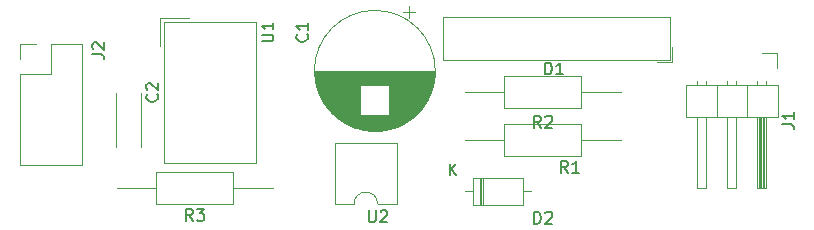
<source format=gbr>
%TF.GenerationSoftware,KiCad,Pcbnew,(5.1.10)-1*%
%TF.CreationDate,2021-06-06T12:15:37+02:00*%
%TF.ProjectId,smart-telefon,736d6172-742d-4746-956c-65666f6e2e6b,1.*%
%TF.SameCoordinates,Original*%
%TF.FileFunction,Legend,Top*%
%TF.FilePolarity,Positive*%
%FSLAX46Y46*%
G04 Gerber Fmt 4.6, Leading zero omitted, Abs format (unit mm)*
G04 Created by KiCad (PCBNEW (5.1.10)-1) date 2021-06-06 12:15:37*
%MOMM*%
%LPD*%
G01*
G04 APERTURE LIST*
%ADD10C,0.120000*%
%ADD11C,0.150000*%
G04 APERTURE END LIST*
D10*
%TO.C,J1*%
X149098000Y-65786000D02*
X149098000Y-67056000D01*
X147828000Y-65786000D02*
X149098000Y-65786000D01*
X142368000Y-68098929D02*
X142368000Y-68496000D01*
X143128000Y-68098929D02*
X143128000Y-68496000D01*
X142368000Y-77156000D02*
X142368000Y-71156000D01*
X143128000Y-77156000D02*
X142368000Y-77156000D01*
X143128000Y-71156000D02*
X143128000Y-77156000D01*
X144018000Y-68496000D02*
X144018000Y-71156000D01*
X144908000Y-68098929D02*
X144908000Y-68496000D01*
X145668000Y-68098929D02*
X145668000Y-68496000D01*
X144908000Y-77156000D02*
X144908000Y-71156000D01*
X145668000Y-77156000D02*
X144908000Y-77156000D01*
X145668000Y-71156000D02*
X145668000Y-77156000D01*
X146558000Y-68496000D02*
X146558000Y-71156000D01*
X147448000Y-68166000D02*
X147448000Y-68496000D01*
X148208000Y-68166000D02*
X148208000Y-68496000D01*
X147548000Y-71156000D02*
X147548000Y-77156000D01*
X147668000Y-71156000D02*
X147668000Y-77156000D01*
X147788000Y-71156000D02*
X147788000Y-77156000D01*
X147908000Y-71156000D02*
X147908000Y-77156000D01*
X148028000Y-71156000D02*
X148028000Y-77156000D01*
X148148000Y-71156000D02*
X148148000Y-77156000D01*
X147448000Y-77156000D02*
X147448000Y-71156000D01*
X148208000Y-77156000D02*
X147448000Y-77156000D01*
X148208000Y-71156000D02*
X148208000Y-77156000D01*
X149158000Y-71156000D02*
X149158000Y-68496000D01*
X141418000Y-71156000D02*
X149158000Y-71156000D01*
X141418000Y-68496000D02*
X141418000Y-71156000D01*
X149158000Y-68496000D02*
X141418000Y-68496000D01*
%TO.C,C1*%
X120182000Y-67270000D02*
G75*
G03*
X120182000Y-67270000I-5120000J0D01*
G01*
X120142000Y-67270000D02*
X109982000Y-67270000D01*
X120142000Y-67310000D02*
X109982000Y-67310000D01*
X120142000Y-67350000D02*
X109982000Y-67350000D01*
X120141000Y-67390000D02*
X109983000Y-67390000D01*
X120140000Y-67430000D02*
X109984000Y-67430000D01*
X120139000Y-67470000D02*
X109985000Y-67470000D01*
X120137000Y-67510000D02*
X109987000Y-67510000D01*
X120135000Y-67550000D02*
X109989000Y-67550000D01*
X120132000Y-67590000D02*
X109992000Y-67590000D01*
X120130000Y-67630000D02*
X109994000Y-67630000D01*
X120127000Y-67670000D02*
X109997000Y-67670000D01*
X120124000Y-67710000D02*
X110000000Y-67710000D01*
X120120000Y-67750000D02*
X110004000Y-67750000D01*
X120116000Y-67790000D02*
X110008000Y-67790000D01*
X120112000Y-67830000D02*
X110012000Y-67830000D01*
X120107000Y-67870000D02*
X110017000Y-67870000D01*
X120102000Y-67910000D02*
X110022000Y-67910000D01*
X120097000Y-67950000D02*
X110027000Y-67950000D01*
X120092000Y-67991000D02*
X110032000Y-67991000D01*
X120086000Y-68031000D02*
X110038000Y-68031000D01*
X120080000Y-68071000D02*
X110044000Y-68071000D01*
X120073000Y-68111000D02*
X110051000Y-68111000D01*
X120066000Y-68151000D02*
X110058000Y-68151000D01*
X120059000Y-68191000D02*
X110065000Y-68191000D01*
X120052000Y-68231000D02*
X110072000Y-68231000D01*
X120044000Y-68271000D02*
X110080000Y-68271000D01*
X120036000Y-68311000D02*
X110088000Y-68311000D01*
X120027000Y-68351000D02*
X110097000Y-68351000D01*
X120018000Y-68391000D02*
X110106000Y-68391000D01*
X120009000Y-68431000D02*
X110115000Y-68431000D01*
X120000000Y-68471000D02*
X110124000Y-68471000D01*
X119990000Y-68511000D02*
X110134000Y-68511000D01*
X119980000Y-68551000D02*
X116303000Y-68551000D01*
X113821000Y-68551000D02*
X110144000Y-68551000D01*
X119969000Y-68591000D02*
X116303000Y-68591000D01*
X113821000Y-68591000D02*
X110155000Y-68591000D01*
X119959000Y-68631000D02*
X116303000Y-68631000D01*
X113821000Y-68631000D02*
X110165000Y-68631000D01*
X119947000Y-68671000D02*
X116303000Y-68671000D01*
X113821000Y-68671000D02*
X110177000Y-68671000D01*
X119936000Y-68711000D02*
X116303000Y-68711000D01*
X113821000Y-68711000D02*
X110188000Y-68711000D01*
X119924000Y-68751000D02*
X116303000Y-68751000D01*
X113821000Y-68751000D02*
X110200000Y-68751000D01*
X119912000Y-68791000D02*
X116303000Y-68791000D01*
X113821000Y-68791000D02*
X110212000Y-68791000D01*
X119899000Y-68831000D02*
X116303000Y-68831000D01*
X113821000Y-68831000D02*
X110225000Y-68831000D01*
X119886000Y-68871000D02*
X116303000Y-68871000D01*
X113821000Y-68871000D02*
X110238000Y-68871000D01*
X119873000Y-68911000D02*
X116303000Y-68911000D01*
X113821000Y-68911000D02*
X110251000Y-68911000D01*
X119859000Y-68951000D02*
X116303000Y-68951000D01*
X113821000Y-68951000D02*
X110265000Y-68951000D01*
X119845000Y-68991000D02*
X116303000Y-68991000D01*
X113821000Y-68991000D02*
X110279000Y-68991000D01*
X119830000Y-69031000D02*
X116303000Y-69031000D01*
X113821000Y-69031000D02*
X110294000Y-69031000D01*
X119816000Y-69071000D02*
X116303000Y-69071000D01*
X113821000Y-69071000D02*
X110308000Y-69071000D01*
X119800000Y-69111000D02*
X116303000Y-69111000D01*
X113821000Y-69111000D02*
X110324000Y-69111000D01*
X119785000Y-69151000D02*
X116303000Y-69151000D01*
X113821000Y-69151000D02*
X110339000Y-69151000D01*
X119769000Y-69191000D02*
X116303000Y-69191000D01*
X113821000Y-69191000D02*
X110355000Y-69191000D01*
X119752000Y-69231000D02*
X116303000Y-69231000D01*
X113821000Y-69231000D02*
X110372000Y-69231000D01*
X119736000Y-69271000D02*
X116303000Y-69271000D01*
X113821000Y-69271000D02*
X110388000Y-69271000D01*
X119719000Y-69311000D02*
X116303000Y-69311000D01*
X113821000Y-69311000D02*
X110405000Y-69311000D01*
X119701000Y-69351000D02*
X116303000Y-69351000D01*
X113821000Y-69351000D02*
X110423000Y-69351000D01*
X119683000Y-69391000D02*
X116303000Y-69391000D01*
X113821000Y-69391000D02*
X110441000Y-69391000D01*
X119665000Y-69431000D02*
X116303000Y-69431000D01*
X113821000Y-69431000D02*
X110459000Y-69431000D01*
X119646000Y-69471000D02*
X116303000Y-69471000D01*
X113821000Y-69471000D02*
X110478000Y-69471000D01*
X119626000Y-69511000D02*
X116303000Y-69511000D01*
X113821000Y-69511000D02*
X110498000Y-69511000D01*
X119607000Y-69551000D02*
X116303000Y-69551000D01*
X113821000Y-69551000D02*
X110517000Y-69551000D01*
X119587000Y-69591000D02*
X116303000Y-69591000D01*
X113821000Y-69591000D02*
X110537000Y-69591000D01*
X119566000Y-69631000D02*
X116303000Y-69631000D01*
X113821000Y-69631000D02*
X110558000Y-69631000D01*
X119545000Y-69671000D02*
X116303000Y-69671000D01*
X113821000Y-69671000D02*
X110579000Y-69671000D01*
X119524000Y-69711000D02*
X116303000Y-69711000D01*
X113821000Y-69711000D02*
X110600000Y-69711000D01*
X119502000Y-69751000D02*
X116303000Y-69751000D01*
X113821000Y-69751000D02*
X110622000Y-69751000D01*
X119479000Y-69791000D02*
X116303000Y-69791000D01*
X113821000Y-69791000D02*
X110645000Y-69791000D01*
X119457000Y-69831000D02*
X116303000Y-69831000D01*
X113821000Y-69831000D02*
X110667000Y-69831000D01*
X119433000Y-69871000D02*
X116303000Y-69871000D01*
X113821000Y-69871000D02*
X110691000Y-69871000D01*
X119409000Y-69911000D02*
X116303000Y-69911000D01*
X113821000Y-69911000D02*
X110715000Y-69911000D01*
X119385000Y-69951000D02*
X116303000Y-69951000D01*
X113821000Y-69951000D02*
X110739000Y-69951000D01*
X119360000Y-69991000D02*
X116303000Y-69991000D01*
X113821000Y-69991000D02*
X110764000Y-69991000D01*
X119335000Y-70031000D02*
X116303000Y-70031000D01*
X113821000Y-70031000D02*
X110789000Y-70031000D01*
X119309000Y-70071000D02*
X116303000Y-70071000D01*
X113821000Y-70071000D02*
X110815000Y-70071000D01*
X119283000Y-70111000D02*
X116303000Y-70111000D01*
X113821000Y-70111000D02*
X110841000Y-70111000D01*
X119256000Y-70151000D02*
X116303000Y-70151000D01*
X113821000Y-70151000D02*
X110868000Y-70151000D01*
X119228000Y-70191000D02*
X116303000Y-70191000D01*
X113821000Y-70191000D02*
X110896000Y-70191000D01*
X119200000Y-70231000D02*
X116303000Y-70231000D01*
X113821000Y-70231000D02*
X110924000Y-70231000D01*
X119172000Y-70271000D02*
X116303000Y-70271000D01*
X113821000Y-70271000D02*
X110952000Y-70271000D01*
X119142000Y-70311000D02*
X116303000Y-70311000D01*
X113821000Y-70311000D02*
X110982000Y-70311000D01*
X119112000Y-70351000D02*
X116303000Y-70351000D01*
X113821000Y-70351000D02*
X111012000Y-70351000D01*
X119082000Y-70391000D02*
X116303000Y-70391000D01*
X113821000Y-70391000D02*
X111042000Y-70391000D01*
X119051000Y-70431000D02*
X116303000Y-70431000D01*
X113821000Y-70431000D02*
X111073000Y-70431000D01*
X119019000Y-70471000D02*
X116303000Y-70471000D01*
X113821000Y-70471000D02*
X111105000Y-70471000D01*
X118987000Y-70511000D02*
X116303000Y-70511000D01*
X113821000Y-70511000D02*
X111137000Y-70511000D01*
X118954000Y-70551000D02*
X116303000Y-70551000D01*
X113821000Y-70551000D02*
X111170000Y-70551000D01*
X118920000Y-70591000D02*
X116303000Y-70591000D01*
X113821000Y-70591000D02*
X111204000Y-70591000D01*
X118886000Y-70631000D02*
X116303000Y-70631000D01*
X113821000Y-70631000D02*
X111238000Y-70631000D01*
X118851000Y-70671000D02*
X116303000Y-70671000D01*
X113821000Y-70671000D02*
X111273000Y-70671000D01*
X118815000Y-70711000D02*
X116303000Y-70711000D01*
X113821000Y-70711000D02*
X111309000Y-70711000D01*
X118778000Y-70751000D02*
X116303000Y-70751000D01*
X113821000Y-70751000D02*
X111346000Y-70751000D01*
X118741000Y-70791000D02*
X116303000Y-70791000D01*
X113821000Y-70791000D02*
X111383000Y-70791000D01*
X118702000Y-70831000D02*
X116303000Y-70831000D01*
X113821000Y-70831000D02*
X111422000Y-70831000D01*
X118663000Y-70871000D02*
X116303000Y-70871000D01*
X113821000Y-70871000D02*
X111461000Y-70871000D01*
X118623000Y-70911000D02*
X116303000Y-70911000D01*
X113821000Y-70911000D02*
X111501000Y-70911000D01*
X118582000Y-70951000D02*
X116303000Y-70951000D01*
X113821000Y-70951000D02*
X111542000Y-70951000D01*
X118540000Y-70991000D02*
X116303000Y-70991000D01*
X113821000Y-70991000D02*
X111584000Y-70991000D01*
X118498000Y-71031000D02*
X111626000Y-71031000D01*
X118454000Y-71071000D02*
X111670000Y-71071000D01*
X118409000Y-71111000D02*
X111715000Y-71111000D01*
X118363000Y-71151000D02*
X111761000Y-71151000D01*
X118316000Y-71191000D02*
X111808000Y-71191000D01*
X118268000Y-71231000D02*
X111856000Y-71231000D01*
X118218000Y-71271000D02*
X111906000Y-71271000D01*
X118168000Y-71311000D02*
X111956000Y-71311000D01*
X118116000Y-71351000D02*
X112008000Y-71351000D01*
X118062000Y-71391000D02*
X112062000Y-71391000D01*
X118007000Y-71431000D02*
X112117000Y-71431000D01*
X117951000Y-71471000D02*
X112173000Y-71471000D01*
X117892000Y-71511000D02*
X112232000Y-71511000D01*
X117832000Y-71551000D02*
X112292000Y-71551000D01*
X117771000Y-71591000D02*
X112353000Y-71591000D01*
X117707000Y-71631000D02*
X112417000Y-71631000D01*
X117641000Y-71671000D02*
X112483000Y-71671000D01*
X117572000Y-71711000D02*
X112552000Y-71711000D01*
X117501000Y-71751000D02*
X112623000Y-71751000D01*
X117427000Y-71791000D02*
X112697000Y-71791000D01*
X117351000Y-71831000D02*
X112773000Y-71831000D01*
X117271000Y-71871000D02*
X112853000Y-71871000D01*
X117187000Y-71911000D02*
X112937000Y-71911000D01*
X117099000Y-71951000D02*
X113025000Y-71951000D01*
X117006000Y-71991000D02*
X113118000Y-71991000D01*
X116908000Y-72031000D02*
X113216000Y-72031000D01*
X116804000Y-72071000D02*
X113320000Y-72071000D01*
X116692000Y-72111000D02*
X113432000Y-72111000D01*
X116572000Y-72151000D02*
X113552000Y-72151000D01*
X116440000Y-72191000D02*
X113684000Y-72191000D01*
X116292000Y-72231000D02*
X113832000Y-72231000D01*
X116124000Y-72271000D02*
X114000000Y-72271000D01*
X115924000Y-72311000D02*
X114200000Y-72311000D01*
X115661000Y-72351000D02*
X114463000Y-72351000D01*
X117937000Y-61790354D02*
X117937000Y-62790354D01*
X118437000Y-62290354D02*
X117437000Y-62290354D01*
%TO.C,C2*%
X93164000Y-73684000D02*
X93164000Y-69144000D01*
X95304000Y-73684000D02*
X95304000Y-69144000D01*
X93164000Y-73684000D02*
X93179000Y-73684000D01*
X95289000Y-73684000D02*
X95304000Y-73684000D01*
X93164000Y-69144000D02*
X93179000Y-69144000D01*
X95289000Y-69144000D02*
X95304000Y-69144000D01*
%TO.C,D2*%
X123356000Y-76350000D02*
X123356000Y-78590000D01*
X123356000Y-78590000D02*
X127596000Y-78590000D01*
X127596000Y-78590000D02*
X127596000Y-76350000D01*
X127596000Y-76350000D02*
X123356000Y-76350000D01*
X122706000Y-77470000D02*
X123356000Y-77470000D01*
X128246000Y-77470000D02*
X127596000Y-77470000D01*
X124076000Y-76350000D02*
X124076000Y-78590000D01*
X124196000Y-76350000D02*
X124196000Y-78590000D01*
X123956000Y-76350000D02*
X123956000Y-78590000D01*
%TO.C,J2*%
X85030000Y-75244000D02*
X90230000Y-75244000D01*
X85030000Y-67564000D02*
X85030000Y-75244000D01*
X90230000Y-64964000D02*
X90230000Y-75244000D01*
X85030000Y-67564000D02*
X87630000Y-67564000D01*
X87630000Y-67564000D02*
X87630000Y-64964000D01*
X87630000Y-64964000D02*
X90230000Y-64964000D01*
X85030000Y-66294000D02*
X85030000Y-64964000D01*
X85030000Y-64964000D02*
X86360000Y-64964000D01*
%TO.C,R1*%
X132556000Y-74522000D02*
X132556000Y-71782000D01*
X132556000Y-71782000D02*
X126016000Y-71782000D01*
X126016000Y-71782000D02*
X126016000Y-74522000D01*
X126016000Y-74522000D02*
X132556000Y-74522000D01*
X135866000Y-73152000D02*
X132556000Y-73152000D01*
X122706000Y-73152000D02*
X126016000Y-73152000D01*
%TO.C,R2*%
X122706000Y-69088000D02*
X126016000Y-69088000D01*
X135866000Y-69088000D02*
X132556000Y-69088000D01*
X126016000Y-70458000D02*
X132556000Y-70458000D01*
X126016000Y-67718000D02*
X126016000Y-70458000D01*
X132556000Y-67718000D02*
X126016000Y-67718000D01*
X132556000Y-70458000D02*
X132556000Y-67718000D01*
%TO.C,R3*%
X103092000Y-78586000D02*
X103092000Y-75846000D01*
X103092000Y-75846000D02*
X96552000Y-75846000D01*
X96552000Y-75846000D02*
X96552000Y-78586000D01*
X96552000Y-78586000D02*
X103092000Y-78586000D01*
X106402000Y-77216000D02*
X103092000Y-77216000D01*
X93242000Y-77216000D02*
X96552000Y-77216000D01*
%TO.C,U1*%
X96864000Y-62798000D02*
X96864000Y-65128000D01*
X99314000Y-62798000D02*
X96864000Y-62798000D01*
X97194000Y-75068000D02*
X97194000Y-63128000D01*
X105044000Y-75068000D02*
X97194000Y-75068000D01*
X105044000Y-63128000D02*
X105044000Y-75068000D01*
X97194000Y-63128000D02*
X105044000Y-63128000D01*
%TO.C,U2*%
X115300000Y-78546000D02*
X116950000Y-78546000D01*
X116950000Y-78546000D02*
X116950000Y-73346000D01*
X116950000Y-73346000D02*
X111650000Y-73346000D01*
X111650000Y-73346000D02*
X111650000Y-78546000D01*
X111650000Y-78546000D02*
X113300000Y-78546000D01*
X113300000Y-78546000D02*
G75*
G02*
X115300000Y-78546000I1000000J0D01*
G01*
%TO.C,D1*%
X140022000Y-62716000D02*
X140022000Y-66316000D01*
X140022000Y-66316000D02*
X120822000Y-66316000D01*
X120822000Y-66316000D02*
X120822000Y-62716000D01*
X120822000Y-62716000D02*
X140022000Y-62716000D01*
X140222000Y-65216000D02*
X140222000Y-66516000D01*
X140222000Y-66516000D02*
X138922000Y-66516000D01*
%TO.C,J1*%
D11*
X149550380Y-71774333D02*
X150264666Y-71774333D01*
X150407523Y-71821952D01*
X150502761Y-71917190D01*
X150550380Y-72060047D01*
X150550380Y-72155285D01*
X150550380Y-70774333D02*
X150550380Y-71345761D01*
X150550380Y-71060047D02*
X149550380Y-71060047D01*
X149693238Y-71155285D01*
X149788476Y-71250523D01*
X149836095Y-71345761D01*
%TO.C,C1*%
X109323142Y-64174666D02*
X109370761Y-64222285D01*
X109418380Y-64365142D01*
X109418380Y-64460380D01*
X109370761Y-64603238D01*
X109275523Y-64698476D01*
X109180285Y-64746095D01*
X108989809Y-64793714D01*
X108846952Y-64793714D01*
X108656476Y-64746095D01*
X108561238Y-64698476D01*
X108466000Y-64603238D01*
X108418380Y-64460380D01*
X108418380Y-64365142D01*
X108466000Y-64222285D01*
X108513619Y-64174666D01*
X109418380Y-63222285D02*
X109418380Y-63793714D01*
X109418380Y-63508000D02*
X108418380Y-63508000D01*
X108561238Y-63603238D01*
X108656476Y-63698476D01*
X108704095Y-63793714D01*
%TO.C,C2*%
X96623142Y-69254666D02*
X96670761Y-69302285D01*
X96718380Y-69445142D01*
X96718380Y-69540380D01*
X96670761Y-69683238D01*
X96575523Y-69778476D01*
X96480285Y-69826095D01*
X96289809Y-69873714D01*
X96146952Y-69873714D01*
X95956476Y-69826095D01*
X95861238Y-69778476D01*
X95766000Y-69683238D01*
X95718380Y-69540380D01*
X95718380Y-69445142D01*
X95766000Y-69302285D01*
X95813619Y-69254666D01*
X95813619Y-68873714D02*
X95766000Y-68826095D01*
X95718380Y-68730857D01*
X95718380Y-68492761D01*
X95766000Y-68397523D01*
X95813619Y-68349904D01*
X95908857Y-68302285D01*
X96004095Y-68302285D01*
X96146952Y-68349904D01*
X96718380Y-68921333D01*
X96718380Y-68302285D01*
%TO.C,D2*%
X128547904Y-80208380D02*
X128547904Y-79208380D01*
X128786000Y-79208380D01*
X128928857Y-79256000D01*
X129024095Y-79351238D01*
X129071714Y-79446476D01*
X129119333Y-79636952D01*
X129119333Y-79779809D01*
X129071714Y-79970285D01*
X129024095Y-80065523D01*
X128928857Y-80160761D01*
X128786000Y-80208380D01*
X128547904Y-80208380D01*
X129500285Y-79303619D02*
X129547904Y-79256000D01*
X129643142Y-79208380D01*
X129881238Y-79208380D01*
X129976476Y-79256000D01*
X130024095Y-79303619D01*
X130071714Y-79398857D01*
X130071714Y-79494095D01*
X130024095Y-79636952D01*
X129452666Y-80208380D01*
X130071714Y-80208380D01*
X121404095Y-76122380D02*
X121404095Y-75122380D01*
X121975523Y-76122380D02*
X121546952Y-75550952D01*
X121975523Y-75122380D02*
X121404095Y-75693809D01*
%TO.C,J2*%
X91146380Y-65865333D02*
X91860666Y-65865333D01*
X92003523Y-65912952D01*
X92098761Y-66008190D01*
X92146380Y-66151047D01*
X92146380Y-66246285D01*
X91241619Y-65436761D02*
X91194000Y-65389142D01*
X91146380Y-65293904D01*
X91146380Y-65055809D01*
X91194000Y-64960571D01*
X91241619Y-64912952D01*
X91336857Y-64865333D01*
X91432095Y-64865333D01*
X91574952Y-64912952D01*
X92146380Y-65484380D01*
X92146380Y-64865333D01*
%TO.C,R1*%
X131405333Y-75890380D02*
X131072000Y-75414190D01*
X130833904Y-75890380D02*
X130833904Y-74890380D01*
X131214857Y-74890380D01*
X131310095Y-74938000D01*
X131357714Y-74985619D01*
X131405333Y-75080857D01*
X131405333Y-75223714D01*
X131357714Y-75318952D01*
X131310095Y-75366571D01*
X131214857Y-75414190D01*
X130833904Y-75414190D01*
X132357714Y-75890380D02*
X131786285Y-75890380D01*
X132072000Y-75890380D02*
X132072000Y-74890380D01*
X131976761Y-75033238D01*
X131881523Y-75128476D01*
X131786285Y-75176095D01*
%TO.C,R2*%
X129119333Y-72080380D02*
X128786000Y-71604190D01*
X128547904Y-72080380D02*
X128547904Y-71080380D01*
X128928857Y-71080380D01*
X129024095Y-71128000D01*
X129071714Y-71175619D01*
X129119333Y-71270857D01*
X129119333Y-71413714D01*
X129071714Y-71508952D01*
X129024095Y-71556571D01*
X128928857Y-71604190D01*
X128547904Y-71604190D01*
X129500285Y-71175619D02*
X129547904Y-71128000D01*
X129643142Y-71080380D01*
X129881238Y-71080380D01*
X129976476Y-71128000D01*
X130024095Y-71175619D01*
X130071714Y-71270857D01*
X130071714Y-71366095D01*
X130024095Y-71508952D01*
X129452666Y-72080380D01*
X130071714Y-72080380D01*
%TO.C,R3*%
X99655333Y-79954380D02*
X99322000Y-79478190D01*
X99083904Y-79954380D02*
X99083904Y-78954380D01*
X99464857Y-78954380D01*
X99560095Y-79002000D01*
X99607714Y-79049619D01*
X99655333Y-79144857D01*
X99655333Y-79287714D01*
X99607714Y-79382952D01*
X99560095Y-79430571D01*
X99464857Y-79478190D01*
X99083904Y-79478190D01*
X99988666Y-78954380D02*
X100607714Y-78954380D01*
X100274380Y-79335333D01*
X100417238Y-79335333D01*
X100512476Y-79382952D01*
X100560095Y-79430571D01*
X100607714Y-79525809D01*
X100607714Y-79763904D01*
X100560095Y-79859142D01*
X100512476Y-79906761D01*
X100417238Y-79954380D01*
X100131523Y-79954380D01*
X100036285Y-79906761D01*
X99988666Y-79859142D01*
%TO.C,U1*%
X105476380Y-64769904D02*
X106285904Y-64769904D01*
X106381142Y-64722285D01*
X106428761Y-64674666D01*
X106476380Y-64579428D01*
X106476380Y-64388952D01*
X106428761Y-64293714D01*
X106381142Y-64246095D01*
X106285904Y-64198476D01*
X105476380Y-64198476D01*
X106476380Y-63198476D02*
X106476380Y-63769904D01*
X106476380Y-63484190D02*
X105476380Y-63484190D01*
X105619238Y-63579428D01*
X105714476Y-63674666D01*
X105762095Y-63769904D01*
%TO.C,U2*%
X114554095Y-79088380D02*
X114554095Y-79897904D01*
X114601714Y-79993142D01*
X114649333Y-80040761D01*
X114744571Y-80088380D01*
X114935047Y-80088380D01*
X115030285Y-80040761D01*
X115077904Y-79993142D01*
X115125523Y-79897904D01*
X115125523Y-79088380D01*
X115554095Y-79183619D02*
X115601714Y-79136000D01*
X115696952Y-79088380D01*
X115935047Y-79088380D01*
X116030285Y-79136000D01*
X116077904Y-79183619D01*
X116125523Y-79278857D01*
X116125523Y-79374095D01*
X116077904Y-79516952D01*
X115506476Y-80088380D01*
X116125523Y-80088380D01*
%TO.C,D1*%
X129483904Y-67568380D02*
X129483904Y-66568380D01*
X129722000Y-66568380D01*
X129864857Y-66616000D01*
X129960095Y-66711238D01*
X130007714Y-66806476D01*
X130055333Y-66996952D01*
X130055333Y-67139809D01*
X130007714Y-67330285D01*
X129960095Y-67425523D01*
X129864857Y-67520761D01*
X129722000Y-67568380D01*
X129483904Y-67568380D01*
X131007714Y-67568380D02*
X130436285Y-67568380D01*
X130722000Y-67568380D02*
X130722000Y-66568380D01*
X130626761Y-66711238D01*
X130531523Y-66806476D01*
X130436285Y-66854095D01*
%TD*%
M02*

</source>
